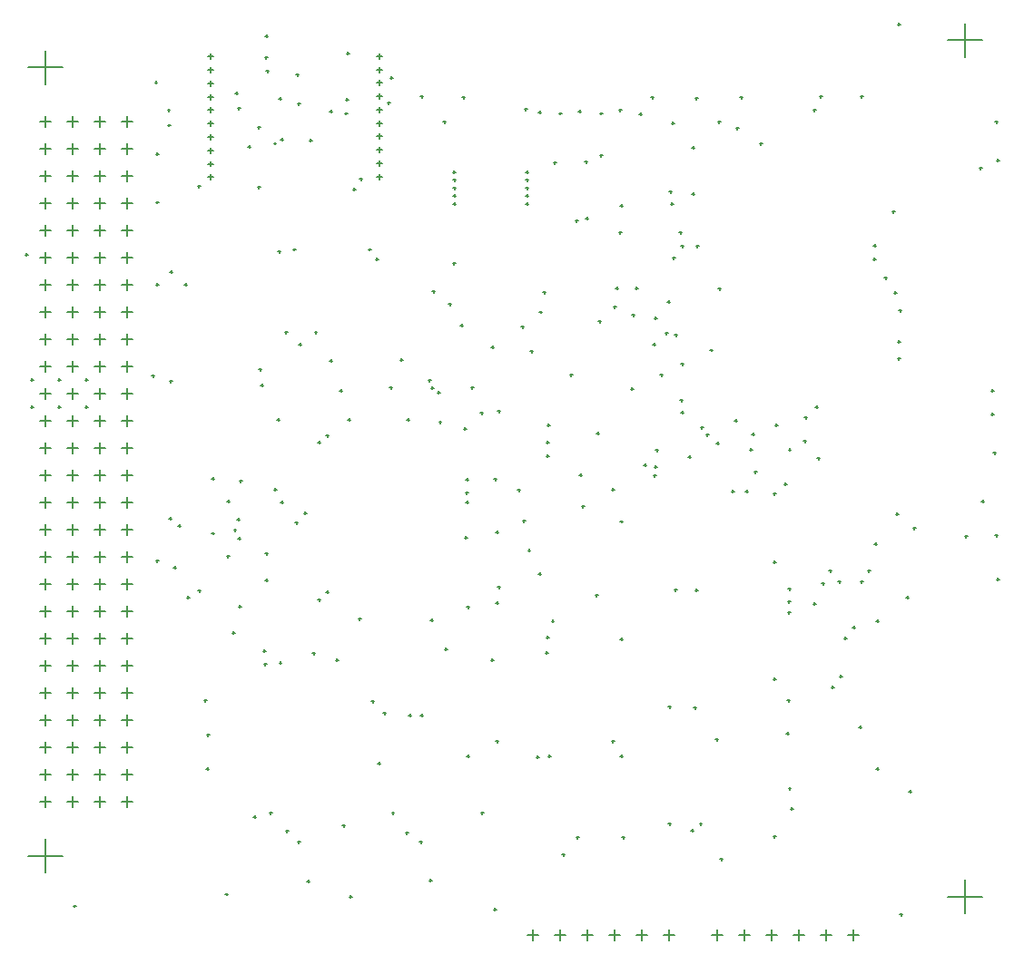
<source format=gbr>
%TF.GenerationSoftware,Altium Limited,Altium Designer,21.8.1 (53)*%
G04 Layer_Color=128*
%FSLAX45Y45*%
%MOMM*%
%TF.SameCoordinates,1CF0B822-2DD9-431B-A6BE-AAED35006C4B*%
%TF.FilePolarity,Positive*%
%TF.FileFunction,Drillmap*%
%TF.Part,Single*%
G01*
G75*
%TA.AperFunction,NonConductor*%
%ADD61C,0.12700*%
D61*
X2025000Y8350000D02*
X2075000D01*
X2050000Y8325000D02*
Y8375000D01*
X2025000Y8225000D02*
X2075000D01*
X2050000Y8200000D02*
Y8250000D01*
X2025000Y8100000D02*
X2075000D01*
X2050000Y8075000D02*
Y8125000D01*
X2025000Y7975000D02*
X2075000D01*
X2050000Y7950000D02*
Y8000000D01*
X2025000Y7850000D02*
X2075000D01*
X2050000Y7825000D02*
Y7875000D01*
X2025000Y7725000D02*
X2075000D01*
X2050000Y7700000D02*
Y7750000D01*
X2025000Y7600000D02*
X2075000D01*
X2050000Y7575000D02*
Y7625000D01*
X2025000Y7475000D02*
X2075000D01*
X2050000Y7450000D02*
Y7500000D01*
X2025000Y7350000D02*
X2075000D01*
X2050000Y7325000D02*
Y7375000D01*
X2025000Y7225000D02*
X2075000D01*
X2050000Y7200000D02*
Y7250000D01*
X3595000Y8355000D02*
X3645000D01*
X3620000Y8330000D02*
Y8380000D01*
X3595000Y8230000D02*
X3645000D01*
X3620000Y8205000D02*
Y8255000D01*
X3595000Y8105000D02*
X3645000D01*
X3620000Y8080000D02*
Y8130000D01*
X3595000Y7980000D02*
X3645000D01*
X3620000Y7955000D02*
Y8005000D01*
X3595000Y7855000D02*
X3645000D01*
X3620000Y7830000D02*
Y7880000D01*
X3595000Y7730000D02*
X3645000D01*
X3620000Y7705000D02*
Y7755000D01*
X3595000Y7605000D02*
X3645000D01*
X3620000Y7580000D02*
Y7630000D01*
X3595000Y7480000D02*
X3645000D01*
X3620000Y7455000D02*
Y7505000D01*
X3595000Y7355000D02*
X3645000D01*
X3620000Y7330000D02*
Y7380000D01*
X3595000Y7230000D02*
X3645000D01*
X3620000Y7205000D02*
Y7255000D01*
X6719000Y150000D02*
X6821000D01*
X6770000Y99000D02*
Y201000D01*
X6973000Y150000D02*
X7075000D01*
X7024000Y99000D02*
Y201000D01*
X7227000Y150000D02*
X7329000D01*
X7278000Y99000D02*
Y201000D01*
X7481000Y150000D02*
X7583000D01*
X7532000Y99000D02*
Y201000D01*
X7735000Y150000D02*
X7837000D01*
X7786000Y99000D02*
Y201000D01*
X7989000Y150000D02*
X8091000D01*
X8040000Y99000D02*
Y201000D01*
X4999000Y150000D02*
X5101000D01*
X5050000Y99000D02*
Y201000D01*
X5253000Y150000D02*
X5355000D01*
X5304000Y99000D02*
Y201000D01*
X5507000Y150000D02*
X5609000D01*
X5558000Y99000D02*
Y201000D01*
X5761000Y150000D02*
X5863000D01*
X5812000Y99000D02*
Y201000D01*
X6015000Y150000D02*
X6117000D01*
X6066000Y99000D02*
Y201000D01*
X6269000Y150000D02*
X6371000D01*
X6320000Y99000D02*
Y201000D01*
X965000Y6477000D02*
X1067000D01*
X1016000Y6426000D02*
Y6528000D01*
X965000Y6223000D02*
X1067000D01*
X1016000Y6172000D02*
Y6274000D01*
X965000Y5715000D02*
X1067000D01*
X1016000Y5664000D02*
Y5766000D01*
X965000Y5969000D02*
X1067000D01*
X1016000Y5918000D02*
Y6020000D01*
X965000Y5207000D02*
X1067000D01*
X1016000Y5156000D02*
Y5258000D01*
X965000Y4953000D02*
X1067000D01*
X1016000Y4902000D02*
Y5004000D01*
X965000Y4699000D02*
X1067000D01*
X1016000Y4648000D02*
Y4750000D01*
X965000Y4191000D02*
X1067000D01*
X1016000Y4140000D02*
Y4242000D01*
X965000Y4445000D02*
X1067000D01*
X1016000Y4394000D02*
Y4496000D01*
X965000Y3683000D02*
X1067000D01*
X1016000Y3632000D02*
Y3734000D01*
X965000Y3175000D02*
X1067000D01*
X1016000Y3124000D02*
Y3226000D01*
X965000Y3937000D02*
X1067000D01*
X1016000Y3886000D02*
Y3988000D01*
X965000Y3429000D02*
X1067000D01*
X1016000Y3378000D02*
Y3480000D01*
X965000Y5461000D02*
X1067000D01*
X1016000Y5410000D02*
Y5512000D01*
X965000Y6731000D02*
X1067000D01*
X1016000Y6680000D02*
Y6782000D01*
X1219000Y2667000D02*
X1321000D01*
X1270000Y2616000D02*
Y2718000D01*
X1219000Y3429000D02*
X1321000D01*
X1270000Y3378000D02*
Y3480000D01*
X1219000Y3175000D02*
X1321000D01*
X1270000Y3124000D02*
Y3226000D01*
X1219000Y2921000D02*
X1321000D01*
X1270000Y2870000D02*
Y2972000D01*
X1219000Y3683000D02*
X1321000D01*
X1270000Y3632000D02*
Y3734000D01*
X1219000Y4191000D02*
X1321000D01*
X1270000Y4140000D02*
Y4242000D01*
X1219000Y1397000D02*
X1321000D01*
X1270000Y1346000D02*
Y1448000D01*
X1219000Y1651000D02*
X1321000D01*
X1270000Y1600000D02*
Y1702000D01*
X1219000Y2159000D02*
X1321000D01*
X1270000Y2108000D02*
Y2210000D01*
X1219000Y2413000D02*
X1321000D01*
X1270000Y2362000D02*
Y2464000D01*
X1219000Y1905000D02*
X1321000D01*
X1270000Y1854000D02*
Y1956000D01*
X1219000Y3937000D02*
X1321000D01*
X1270000Y3886000D02*
Y3988000D01*
X965000Y7747000D02*
X1067000D01*
X1016000Y7696000D02*
Y7798000D01*
X965000Y6985000D02*
X1067000D01*
X1016000Y6934000D02*
Y7036000D01*
X965000Y7493000D02*
X1067000D01*
X1016000Y7442000D02*
Y7544000D01*
X1219000Y7239000D02*
X1321000D01*
X1270000Y7188000D02*
Y7290000D01*
X1219000Y7493000D02*
X1321000D01*
X1270000Y7442000D02*
Y7544000D01*
X965000Y7239000D02*
X1067000D01*
X1016000Y7188000D02*
Y7290000D01*
X1219000Y7747000D02*
X1321000D01*
X1270000Y7696000D02*
Y7798000D01*
X1219000Y6985000D02*
X1321000D01*
X1270000Y6934000D02*
Y7036000D01*
X1219000Y6477000D02*
X1321000D01*
X1270000Y6426000D02*
Y6528000D01*
X1219000Y6223000D02*
X1321000D01*
X1270000Y6172000D02*
Y6274000D01*
X1219000Y5969000D02*
X1321000D01*
X1270000Y5918000D02*
Y6020000D01*
X1219000Y5715000D02*
X1321000D01*
X1270000Y5664000D02*
Y5766000D01*
X1219000Y5461000D02*
X1321000D01*
X1270000Y5410000D02*
Y5512000D01*
X1219000Y5207000D02*
X1321000D01*
X1270000Y5156000D02*
Y5258000D01*
X1219000Y4699000D02*
X1321000D01*
X1270000Y4648000D02*
Y4750000D01*
X1219000Y4445000D02*
X1321000D01*
X1270000Y4394000D02*
Y4496000D01*
X1219000Y6731000D02*
X1321000D01*
X1270000Y6680000D02*
Y6782000D01*
X1219000Y4953000D02*
X1321000D01*
X1270000Y4902000D02*
Y5004000D01*
X965000Y2413000D02*
X1067000D01*
X1016000Y2362000D02*
Y2464000D01*
X965000Y2667000D02*
X1067000D01*
X1016000Y2616000D02*
Y2718000D01*
X965000Y1905000D02*
X1067000D01*
X1016000Y1854000D02*
Y1956000D01*
X965000Y2921000D02*
X1067000D01*
X1016000Y2870000D02*
Y2972000D01*
X965000Y1397000D02*
X1067000D01*
X1016000Y1346000D02*
Y1448000D01*
X965000Y2159000D02*
X1067000D01*
X1016000Y2108000D02*
Y2210000D01*
X965000Y1651000D02*
X1067000D01*
X1016000Y1600000D02*
Y1702000D01*
X457000Y6477000D02*
X559000D01*
X508000Y6426000D02*
Y6528000D01*
X457000Y6223000D02*
X559000D01*
X508000Y6172000D02*
Y6274000D01*
X457000Y5715000D02*
X559000D01*
X508000Y5664000D02*
Y5766000D01*
X457000Y5969000D02*
X559000D01*
X508000Y5918000D02*
Y6020000D01*
X457000Y5207000D02*
X559000D01*
X508000Y5156000D02*
Y5258000D01*
X457000Y4953000D02*
X559000D01*
X508000Y4902000D02*
Y5004000D01*
X457000Y4699000D02*
X559000D01*
X508000Y4648000D02*
Y4750000D01*
X457000Y4191000D02*
X559000D01*
X508000Y4140000D02*
Y4242000D01*
X457000Y4445000D02*
X559000D01*
X508000Y4394000D02*
Y4496000D01*
X457000Y3683000D02*
X559000D01*
X508000Y3632000D02*
Y3734000D01*
X457000Y3175000D02*
X559000D01*
X508000Y3124000D02*
Y3226000D01*
X457000Y3937000D02*
X559000D01*
X508000Y3886000D02*
Y3988000D01*
X457000Y3429000D02*
X559000D01*
X508000Y3378000D02*
Y3480000D01*
X457000Y5461000D02*
X559000D01*
X508000Y5410000D02*
Y5512000D01*
X457000Y6731000D02*
X559000D01*
X508000Y6680000D02*
Y6782000D01*
X711000Y2667000D02*
X813000D01*
X762000Y2616000D02*
Y2718000D01*
X711000Y3429000D02*
X813000D01*
X762000Y3378000D02*
Y3480000D01*
X711000Y3175000D02*
X813000D01*
X762000Y3124000D02*
Y3226000D01*
X711000Y2921000D02*
X813000D01*
X762000Y2870000D02*
Y2972000D01*
X711000Y3683000D02*
X813000D01*
X762000Y3632000D02*
Y3734000D01*
X711000Y4191000D02*
X813000D01*
X762000Y4140000D02*
Y4242000D01*
X711000Y1397000D02*
X813000D01*
X762000Y1346000D02*
Y1448000D01*
X711000Y1651000D02*
X813000D01*
X762000Y1600000D02*
Y1702000D01*
X711000Y2159000D02*
X813000D01*
X762000Y2108000D02*
Y2210000D01*
X711000Y2413000D02*
X813000D01*
X762000Y2362000D02*
Y2464000D01*
X711000Y1905000D02*
X813000D01*
X762000Y1854000D02*
Y1956000D01*
X711000Y3937000D02*
X813000D01*
X762000Y3886000D02*
Y3988000D01*
X457000Y7747000D02*
X559000D01*
X508000Y7696000D02*
Y7798000D01*
X457000Y6985000D02*
X559000D01*
X508000Y6934000D02*
Y7036000D01*
X457000Y7493000D02*
X559000D01*
X508000Y7442000D02*
Y7544000D01*
X711000Y7239000D02*
X813000D01*
X762000Y7188000D02*
Y7290000D01*
X711000Y7493000D02*
X813000D01*
X762000Y7442000D02*
Y7544000D01*
X457000Y7239000D02*
X559000D01*
X508000Y7188000D02*
Y7290000D01*
X711000Y7747000D02*
X813000D01*
X762000Y7696000D02*
Y7798000D01*
X711000Y6985000D02*
X813000D01*
X762000Y6934000D02*
Y7036000D01*
X711000Y6477000D02*
X813000D01*
X762000Y6426000D02*
Y6528000D01*
X711000Y6223000D02*
X813000D01*
X762000Y6172000D02*
Y6274000D01*
X711000Y5969000D02*
X813000D01*
X762000Y5918000D02*
Y6020000D01*
X711000Y5715000D02*
X813000D01*
X762000Y5664000D02*
Y5766000D01*
X711000Y5461000D02*
X813000D01*
X762000Y5410000D02*
Y5512000D01*
X711000Y5207000D02*
X813000D01*
X762000Y5156000D02*
Y5258000D01*
X711000Y4699000D02*
X813000D01*
X762000Y4648000D02*
Y4750000D01*
X711000Y4445000D02*
X813000D01*
X762000Y4394000D02*
Y4496000D01*
X711000Y6731000D02*
X813000D01*
X762000Y6680000D02*
Y6782000D01*
X711000Y4953000D02*
X813000D01*
X762000Y4902000D02*
Y5004000D01*
X457000Y2413000D02*
X559000D01*
X508000Y2362000D02*
Y2464000D01*
X457000Y2667000D02*
X559000D01*
X508000Y2616000D02*
Y2718000D01*
X457000Y1905000D02*
X559000D01*
X508000Y1854000D02*
Y1956000D01*
X457000Y2921000D02*
X559000D01*
X508000Y2870000D02*
Y2972000D01*
X457000Y1397000D02*
X559000D01*
X508000Y1346000D02*
Y1448000D01*
X457000Y2159000D02*
X559000D01*
X508000Y2108000D02*
Y2210000D01*
X457000Y1651000D02*
X559000D01*
X508000Y1600000D02*
Y1702000D01*
X8923000Y8502000D02*
X9241000D01*
X9082000Y8343000D02*
Y8661000D01*
X8923000Y508000D02*
X9241000D01*
X9082000Y349000D02*
Y667000D01*
X349000Y889000D02*
X667000D01*
X508000Y730000D02*
Y1048000D01*
X349000Y8248000D02*
X667000D01*
X508000Y8089000D02*
Y8407000D01*
X2677500Y6530000D02*
X2702500D01*
X2690000Y6517500D02*
Y6542500D01*
X2739491Y5776807D02*
X2764491D01*
X2751991Y5764307D02*
Y5789306D01*
X2817500Y6550000D02*
X2842500D01*
X2830000Y6537500D02*
Y6562500D01*
X3314900Y8382000D02*
X3339900D01*
X3327400Y8369500D02*
Y8394500D01*
X3724441Y8153058D02*
X3749441D01*
X3736941Y8140559D02*
Y8165558D01*
X8227500Y6460000D02*
X8252500D01*
X8240000Y6447500D02*
Y6472500D01*
X8331400Y6286500D02*
X8356400D01*
X8343900Y6274000D02*
Y6299000D01*
X8420300Y6146800D02*
X8445300D01*
X8432800Y6134300D02*
Y6159300D01*
X6503400Y4613800D02*
X6528400D01*
X6515900Y4601300D02*
Y4626300D01*
X6566500Y3370000D02*
X6591500D01*
X6579000Y3357500D02*
Y3382500D01*
X6553400Y2273300D02*
X6578400D01*
X6565900Y2260800D02*
Y2285800D01*
X7912300Y2565400D02*
X7937300D01*
X7924800Y2552900D02*
Y2577900D01*
X7836100Y2463800D02*
X7861100D01*
X7848600Y2451300D02*
Y2476300D01*
X7899200Y3450000D02*
X7924200D01*
X7911700Y3437500D02*
Y3462500D01*
X2870400Y5664200D02*
X2895400D01*
X2882900Y5651700D02*
Y5676700D01*
X6782000Y6184900D02*
X6807000D01*
X6794500Y6172400D02*
Y6197400D01*
X1536900Y7442200D02*
X1561900D01*
X1549400Y7429700D02*
Y7454700D01*
X6197500Y4676900D02*
X6222500D01*
X6210000Y4664400D02*
Y4689400D01*
X5486600Y4445000D02*
X5511600D01*
X5499100Y4432500D02*
Y4457500D01*
X4426457Y4279900D02*
X4451456D01*
X4438957Y4267400D02*
Y4292400D01*
X7434282Y3380000D02*
X7459282D01*
X7446782Y3367500D02*
Y3392500D01*
X3340300Y508000D02*
X3365300D01*
X3352800Y495500D02*
Y520500D01*
X5087500Y1810000D02*
X5112500D01*
X5100000Y1797500D02*
Y1822500D01*
X5650389Y4834542D02*
X5675389D01*
X5662889Y4822042D02*
Y4847042D01*
X6089962Y4535771D02*
X6114962D01*
X6102462Y4523271D02*
Y4548271D01*
X6177500Y4440000D02*
X6202500D01*
X6190000Y4427500D02*
Y4452500D01*
X6187500Y4520000D02*
X6212500D01*
X6200000Y4507500D02*
Y4532500D01*
X7429700Y3263900D02*
X7454700D01*
X7442200Y3251400D02*
Y3276400D01*
X7429700Y3162300D02*
X7454700D01*
X7442200Y3149800D02*
Y3174800D01*
X4229300Y2819400D02*
X4254300D01*
X4241800Y2806900D02*
Y2831900D01*
X4661100Y2717800D02*
X4686100D01*
X4673600Y2705300D02*
Y2730300D01*
X2857700Y7912100D02*
X2882700D01*
X2870200Y7899600D02*
Y7924600D01*
X2685318Y7957818D02*
X2710318D01*
X2697818Y7945319D02*
Y7970318D01*
X2565600Y8216900D02*
X2590600D01*
X2578100Y8204400D02*
Y8229400D01*
X2552900Y8343900D02*
X2577900D01*
X2565400Y8331400D02*
Y8356400D01*
X2703870Y7574974D02*
X2728870D01*
X2716370Y7562475D02*
Y7587474D01*
X2397500Y7510000D02*
X2422500D01*
X2410000Y7497500D02*
Y7522500D01*
X2300600Y7870000D02*
X2325600D01*
X2313100Y7857500D02*
Y7882500D01*
X2636766Y7540591D02*
X2661766D01*
X2649266Y7528091D02*
Y7553091D01*
X2487500Y7690000D02*
X2512500D01*
X2500000Y7677500D02*
Y7702500D01*
X6947100Y7683500D02*
X6972100D01*
X6959600Y7671000D02*
Y7696000D01*
X5029400Y5600700D02*
X5054400D01*
X5041900Y5588200D02*
Y5613200D01*
X6172400Y5664200D02*
X6197400D01*
X6184900Y5651700D02*
Y5676700D01*
X5664400Y5880100D02*
X5689400D01*
X5676900Y5867600D02*
Y5892600D01*
X6616900Y4889500D02*
X6641900D01*
X6629400Y4877000D02*
Y4902000D01*
X6934400Y4953000D02*
X6959400D01*
X6946900Y4940500D02*
Y4965500D01*
X9080700Y3873500D02*
X9105700D01*
X9093200Y3861000D02*
Y3886000D01*
X2514800Y5283200D02*
X2539800D01*
X2527300Y5270700D02*
Y5295700D01*
X2200885Y4198025D02*
X2225885D01*
X2213385Y4185526D02*
Y4210525D01*
X2248100Y2971800D02*
X2273100D01*
X2260600Y2959300D02*
Y2984300D01*
X2997400Y2781300D02*
X3022400D01*
X3009900Y2768800D02*
Y2793800D01*
X3213300Y2717800D02*
X3238300D01*
X3225800Y2705300D02*
Y2730300D01*
X3251400Y5232400D02*
X3276400D01*
X3263900Y5219900D02*
Y5244900D01*
X3717963Y5261678D02*
X3742962D01*
X3730462Y5249178D02*
Y5274178D01*
X2199517Y3687548D02*
X2224517D01*
X2212017Y3675048D02*
Y3700048D01*
X2305520Y3851846D02*
X2330519D01*
X2318019Y3839346D02*
Y3864346D01*
X8536500Y3300000D02*
X8561500D01*
X8549000Y3287500D02*
Y3312500D01*
X8255600Y3080000D02*
X8280600D01*
X8268100Y3067500D02*
Y3092500D01*
X8255600Y1700000D02*
X8280600D01*
X8268100Y1687500D02*
Y1712500D01*
X8559600Y1490000D02*
X8584600D01*
X8572100Y1477500D02*
Y1502500D01*
X368500Y5080000D02*
X393500D01*
X381000Y5067500D02*
Y5092500D01*
X368500Y5334000D02*
X393500D01*
X381000Y5321500D02*
Y5346500D01*
X622500Y5334000D02*
X647500D01*
X635000Y5321500D02*
Y5346500D01*
X876500Y5334000D02*
X901500D01*
X889000Y5321500D02*
Y5346500D01*
X876500Y5080000D02*
X901500D01*
X889000Y5067500D02*
Y5092500D01*
X622500Y5080000D02*
X647500D01*
X635000Y5067500D02*
Y5092500D01*
X317700Y6502400D02*
X342700D01*
X330200Y6489900D02*
Y6514900D01*
X1498800Y5372100D02*
X1523800D01*
X1511300Y5359600D02*
Y5384600D01*
X1663900Y5321300D02*
X1688900D01*
X1676400Y5308800D02*
Y5333800D01*
X1803200Y6221200D02*
X1828200D01*
X1815700Y6208700D02*
Y6233700D01*
X1536900Y3644900D02*
X1561900D01*
X1549400Y3632400D02*
Y3657400D01*
X1702000Y3581400D02*
X1727000D01*
X1714500Y3568900D02*
Y3593900D01*
X4913482Y4304018D02*
X4938481D01*
X4925982Y4291518D02*
Y4316518D01*
X4115000Y6159500D02*
X4140000D01*
X4127500Y6147000D02*
Y6172000D01*
X5448500Y6819900D02*
X5473500D01*
X5461000Y6807400D02*
Y6832400D01*
X7117500Y4473981D02*
X7142500D01*
X7130000Y4461481D02*
Y4486481D01*
X5116469Y5965669D02*
X5141469D01*
X5128969Y5953169D02*
Y5978169D01*
X5147500Y6148330D02*
X5172500D01*
X5160000Y6135830D02*
Y6160830D01*
X6007500Y6188820D02*
X6032500D01*
X6020000Y6176320D02*
Y6201320D01*
X5827500Y6188820D02*
X5852500D01*
X5840000Y6176320D02*
Y6201320D01*
X4377500Y5841200D02*
X4402500D01*
X4390000Y5828700D02*
Y5853700D01*
X4667500Y5636900D02*
X4692500D01*
X4680000Y5624400D02*
Y5649400D01*
X4267500Y6040000D02*
X4292500D01*
X4280000Y6027500D02*
Y6052500D01*
X3017898Y5778100D02*
X3042898D01*
X3030398Y5765600D02*
Y5790600D01*
X7667500Y3240000D02*
X7692500D01*
X7680000Y3227500D02*
Y3252500D01*
X5227500Y3080000D02*
X5252500D01*
X5240000Y3067500D02*
Y3092500D01*
X7314400Y4910000D02*
X7339400D01*
X7326900Y4897500D02*
Y4922500D01*
X7167500Y7540000D02*
X7192500D01*
X7180000Y7527500D02*
Y7552500D01*
X7097500Y4823100D02*
X7122500D01*
X7110000Y4810600D02*
Y4835600D01*
X7577500Y4760000D02*
X7602500D01*
X7590000Y4747500D02*
Y4772500D01*
X7437500Y4680000D02*
X7462500D01*
X7450000Y4667500D02*
Y4692500D01*
X7707500Y4600000D02*
X7732500D01*
X7720000Y4587500D02*
Y4612500D01*
X8177500Y3550000D02*
X8202500D01*
X8190000Y3537500D02*
Y3562500D01*
X8107500Y3450000D02*
X8132500D01*
X8120000Y3437500D02*
Y3462500D01*
X8037500Y3020000D02*
X8062500D01*
X8050000Y3007500D02*
Y3032500D01*
X7957500Y2920000D02*
X7982500D01*
X7970000Y2907500D02*
Y2932500D01*
X7687500Y5080000D02*
X7712500D01*
X7700000Y5067500D02*
Y5092500D01*
X7587500Y4980000D02*
X7612500D01*
X7600000Y4967500D02*
Y4992500D01*
X7077500Y4680000D02*
X7102500D01*
X7090000Y4667500D02*
Y4692500D01*
X6377500Y5750000D02*
X6402500D01*
X6390000Y5737500D02*
Y5762500D01*
X6707500Y5610000D02*
X6732500D01*
X6720000Y5597500D02*
Y5622500D01*
X8467500Y5980000D02*
X8492500D01*
X8480000Y5967500D02*
Y5992500D01*
X5807500Y6015710D02*
X5832500D01*
X5820000Y6003210D02*
Y6028210D01*
X6187500Y5910000D02*
X6212500D01*
X6200000Y5897500D02*
Y5922500D01*
X8455662Y5530909D02*
X8480662D01*
X8468162Y5518409D02*
Y5543409D01*
X8457500Y5690000D02*
X8482500D01*
X8470000Y5677500D02*
Y5702500D01*
X8232882Y6585382D02*
X8257881D01*
X8245382Y6572882D02*
Y6597881D01*
X5168509Y2782557D02*
X5193509D01*
X5181009Y2770057D02*
Y2795057D01*
X5177500Y2930000D02*
X5202500D01*
X5190000Y2917500D02*
Y2942500D01*
X5187500Y4910000D02*
X5212500D01*
X5200000Y4897500D02*
Y4922500D01*
X3126504Y4813100D02*
X3151503D01*
X3139004Y4800600D02*
Y4825600D01*
X3047500Y4750000D02*
X3072500D01*
X3060000Y4737500D02*
Y4762500D01*
X4407500Y4876170D02*
X4432500D01*
X4420000Y4863670D02*
Y4888669D01*
X8406200Y6901351D02*
X8431200D01*
X8418700Y6888851D02*
Y6913851D01*
X1667500Y6340000D02*
X1692500D01*
X1680000Y6327500D02*
Y6352500D01*
X5107500Y3520000D02*
X5132500D01*
X5120000Y3507500D02*
Y3532500D01*
X4707500Y3250000D02*
X4732500D01*
X4720000Y3237500D02*
Y3262500D01*
X7817500Y3550000D02*
X7842500D01*
X7830000Y3537500D02*
Y3562500D01*
X7747500Y3430000D02*
X7772500D01*
X7760000Y3417500D02*
Y3442500D01*
X8237500Y3800000D02*
X8262500D01*
X8250000Y3787500D02*
Y3812500D01*
X8440600Y4080000D02*
X8465600D01*
X8453100Y4067500D02*
Y4092500D01*
X8597500Y3950000D02*
X8622500D01*
X8610000Y3937500D02*
Y3962500D01*
X2837500Y4000000D02*
X2862500D01*
X2850000Y3987500D02*
Y4012500D01*
X2917500Y4090000D02*
X2942500D01*
X2930000Y4077500D02*
Y4102500D01*
X2637500Y4310000D02*
X2662500D01*
X2650000Y4297500D02*
Y4322500D01*
X2700600Y4190000D02*
X2725600D01*
X2713100Y4177500D02*
Y4202500D01*
X4417500Y3860000D02*
X4442500D01*
X4430000Y3847500D02*
Y3872500D01*
X2557500Y3710000D02*
X2582500D01*
X2570000Y3697500D02*
Y3722500D01*
X4957500Y4016900D02*
X4982500D01*
X4970000Y4004400D02*
Y4029400D01*
X4707500Y3910000D02*
X4732500D01*
X4720000Y3897500D02*
Y3922500D01*
X4427500Y4400000D02*
X4452500D01*
X4440000Y4387500D02*
Y4412500D01*
X5007500Y3740000D02*
X5032500D01*
X5020000Y3727500D02*
Y3752500D01*
X3657500Y2220000D02*
X3682500D01*
X3670000Y2207500D02*
Y2232500D01*
X3547500Y2330000D02*
X3572500D01*
X3560000Y2317500D02*
Y2342500D01*
X3897500Y2200000D02*
X3922500D01*
X3910000Y2187500D02*
Y2212500D01*
X4007500Y2200000D02*
X4032500D01*
X4020000Y2187500D02*
Y2212500D01*
X4087500Y660000D02*
X4112500D01*
X4100000Y647500D02*
Y672500D01*
X5637500Y3320000D02*
X5662500D01*
X5650000Y3307500D02*
Y3332500D01*
X4727500Y3396900D02*
X4752500D01*
X4740000Y3384400D02*
Y3409400D01*
X4437500Y3210000D02*
X4462500D01*
X4450000Y3197500D02*
Y3222500D01*
X2557500Y3460000D02*
X2582500D01*
X2570000Y3447500D02*
Y3472500D01*
X3997500Y1020000D02*
X4022500D01*
X4010000Y1007500D02*
Y1032500D01*
X2007500Y1700000D02*
X2032500D01*
X2020000Y1687500D02*
Y1712500D01*
X2687500Y2690000D02*
X2712500D01*
X2700000Y2677500D02*
Y2702500D01*
X2013277Y2019628D02*
X2038277D01*
X2025777Y2007128D02*
Y2032128D01*
X2547500Y2680000D02*
X2572500D01*
X2560000Y2667500D02*
Y2692500D01*
X1987500Y2340000D02*
X2012500D01*
X2000000Y2327500D02*
Y2352500D01*
X2537500Y2800000D02*
X2562500D01*
X2550000Y2787500D02*
Y2812500D01*
X5977500Y5940000D02*
X6002500D01*
X5990000Y5927500D02*
Y5952500D01*
X6307500Y6060000D02*
X6332500D01*
X6320000Y6047500D02*
Y6072500D01*
X6437500Y5030000D02*
X6462500D01*
X6450000Y5017500D02*
Y5042500D01*
X6426931Y5143485D02*
X6451930D01*
X6439430Y5130985D02*
Y5155985D01*
X4477421Y5260079D02*
X4502421D01*
X4489921Y5247579D02*
Y5272579D01*
X5967500Y5250000D02*
X5992500D01*
X5980000Y5237500D02*
Y5262500D01*
X4565000Y5022500D02*
X4590000D01*
X4577500Y5010000D02*
Y5035000D01*
X4177500Y4940000D02*
X4202500D01*
X4190000Y4927500D02*
Y4952500D01*
X6437500Y5480000D02*
X6462500D01*
X6450000Y5467500D02*
Y5492500D01*
X4727500Y5040000D02*
X4752500D01*
X4740000Y5027500D02*
Y5052500D01*
X4162727Y5212900D02*
X4187726D01*
X4175227Y5200400D02*
Y5225400D01*
X4102045Y5257653D02*
X4127045D01*
X4114545Y5245154D02*
Y5270153D01*
X4077500Y5330000D02*
X4102500D01*
X4090000Y5317500D02*
Y5342500D01*
X6287500Y5770000D02*
X6312500D01*
X6300000Y5757500D02*
Y5782500D01*
X4307500Y6420000D02*
X4332500D01*
X4320000Y6407500D02*
Y6432500D01*
X4947500Y5829600D02*
X4972500D01*
X4960000Y5817100D02*
Y5842100D01*
X3517500Y6550000D02*
X3542500D01*
X3530000Y6537500D02*
Y6562500D01*
X3587500Y6460000D02*
X3612500D01*
X3600000Y6447500D02*
Y6472500D01*
X1747500Y3970000D02*
X1772500D01*
X1760000Y3957500D02*
Y3982500D01*
X2057500Y3900000D02*
X2082500D01*
X2070000Y3887500D02*
Y3912500D01*
X2264184Y3933316D02*
X2289184D01*
X2276684Y3920816D02*
Y3945816D01*
X1662478Y4038458D02*
X1687477D01*
X1674978Y4025958D02*
Y4050958D01*
X2297500Y4030000D02*
X2322500D01*
X2310000Y4017500D02*
Y4042500D01*
X2307500Y3216900D02*
X2332500D01*
X2320000Y3204400D02*
Y3229400D01*
X1827500Y3300000D02*
X1852500D01*
X1840000Y3287500D02*
Y3312500D01*
X3047500Y3280000D02*
X3072500D01*
X3060000Y3267500D02*
Y3292500D01*
X3127500Y3350000D02*
X3152500D01*
X3140000Y3337500D02*
Y3362500D01*
X1930200Y3365213D02*
X1955200D01*
X1942700Y3352713D02*
Y3377713D01*
X1927500Y7140000D02*
X1952500D01*
X1940000Y7127500D02*
Y7152500D01*
X3437500Y7210000D02*
X3462500D01*
X3450000Y7197500D02*
Y7222500D01*
X3377500Y7110000D02*
X3402500D01*
X3390000Y7097500D02*
Y7122500D01*
X2277500Y8010000D02*
X2302500D01*
X2290000Y7997500D02*
Y8022500D01*
X6669813Y4820787D02*
X6694813D01*
X6682313Y4808287D02*
Y4833286D01*
X7037500Y4290000D02*
X7062500D01*
X7050000Y4277500D02*
Y4302500D01*
X5867500Y4010000D02*
X5892500D01*
X5880000Y3997500D02*
Y4022500D01*
X5507500Y4150000D02*
X5532500D01*
X5520000Y4137500D02*
Y4162500D01*
X6907500Y4290000D02*
X6932500D01*
X6920000Y4277500D02*
Y4302500D01*
X4690000Y4407500D02*
X4715000D01*
X4702500Y4395000D02*
Y4420000D01*
X3817500Y5520000D02*
X3842500D01*
X3830000Y5507500D02*
Y5532500D01*
X3877500Y4960000D02*
X3902500D01*
X3890000Y4947500D02*
Y4972500D01*
X3327500Y4960000D02*
X3352500D01*
X3340000Y4947500D02*
Y4972500D01*
X2667500Y4960000D02*
X2692500D01*
X2680000Y4947500D02*
Y4972500D01*
X2497500Y5430000D02*
X2522500D01*
X2510000Y5417500D02*
Y5442500D01*
X2057500Y4410000D02*
X2082500D01*
X2070000Y4397500D02*
Y4422500D01*
X2317500Y4390000D02*
X2342500D01*
X2330000Y4377500D02*
Y4402500D01*
X3427500Y3100000D02*
X3452500D01*
X3440000Y3087500D02*
Y3112500D01*
X4097500Y3090000D02*
X4122500D01*
X4110000Y3077500D02*
Y3102500D01*
X4427500Y4190000D02*
X4452500D01*
X4440000Y4177500D02*
Y4202500D01*
X6239518Y5378175D02*
X6264518D01*
X6252018Y5365676D02*
Y5390675D01*
X5397500Y5380000D02*
X5422500D01*
X5410000Y5367500D02*
Y5392500D01*
X5177500Y4750000D02*
X5202500D01*
X5190000Y4737500D02*
Y4762500D01*
X5177500Y4620000D02*
X5202500D01*
X5190000Y4607500D02*
Y4632500D01*
X3737500Y1290000D02*
X3762500D01*
X3750000Y1277500D02*
Y1302500D01*
X4567500Y1290000D02*
X4592500D01*
X4580000Y1277500D02*
Y1302500D01*
X2597500Y1290000D02*
X2622500D01*
X2610000Y1277500D02*
Y1302500D01*
X6317500Y1190000D02*
X6342500D01*
X6330000Y1177500D02*
Y1202500D01*
X6757500Y1974879D02*
X6782500D01*
X6770000Y1962379D02*
Y1987379D01*
X5457500Y1060000D02*
X5482500D01*
X5470000Y1047500D02*
Y1072500D01*
X3866457Y1102228D02*
X3891457D01*
X3878957Y1089728D02*
Y1114728D01*
X2747500Y1120000D02*
X2772500D01*
X2760000Y1107500D02*
Y1132500D01*
X2857500Y1020000D02*
X2882500D01*
X2870000Y1007500D02*
Y1032500D01*
X3277500Y1170000D02*
X3302500D01*
X3290000Y1157500D02*
Y1182500D01*
X5887500Y1060000D02*
X5912500D01*
X5900000Y1047500D02*
Y1072500D01*
X5327500Y900000D02*
X5352500D01*
X5340000Y887500D02*
Y912500D01*
X7397500Y4360000D02*
X7422500D01*
X7410000Y4347500D02*
Y4372500D01*
X4707500Y1960000D02*
X4732500D01*
X4720000Y1947500D02*
Y1972500D01*
X5787500Y1960000D02*
X5812500D01*
X5800000Y1947500D02*
Y1972500D01*
X5787500Y4310000D02*
X5812500D01*
X5800000Y4297500D02*
Y4322500D01*
X6767500Y4740000D02*
X6792500D01*
X6780000Y4727500D02*
Y4752500D01*
X6372793Y3374707D02*
X6397793D01*
X6385293Y3362207D02*
Y3387207D01*
X6317500Y2280000D02*
X6342500D01*
X6330000Y2267500D02*
Y2292500D01*
X6527500Y1126900D02*
X6552500D01*
X6540000Y1114400D02*
Y1139400D01*
X6607500Y1190000D02*
X6632500D01*
X6620000Y1177500D02*
Y1202500D01*
X8097500Y2090000D02*
X8122500D01*
X8110000Y2077500D02*
Y2102500D01*
X2487500Y7130000D02*
X2512500D01*
X2500000Y7117500D02*
Y7142500D01*
X3157500Y5510000D02*
X3182500D01*
X3170000Y5497500D02*
Y5522500D01*
X6537500Y7500000D02*
X6562500D01*
X6550000Y7487500D02*
Y7512500D01*
X6357500Y6470000D02*
X6382500D01*
X6370000Y6457500D02*
Y6482500D01*
X5547500Y6840000D02*
X5572500D01*
X5560000Y6827500D02*
Y6852500D01*
X5857500Y6710000D02*
X5882500D01*
X5870000Y6697500D02*
Y6722500D01*
X6327500Y7090000D02*
X6352500D01*
X6340000Y7077500D02*
Y7102500D01*
X6437500Y6580000D02*
X6462500D01*
X6450000Y6567500D02*
Y6592500D01*
X5867500Y6960000D02*
X5892500D01*
X5880000Y6947500D02*
Y6972500D01*
X6577500Y6580000D02*
X6602500D01*
X6590000Y6567500D02*
Y6592500D01*
X6537500Y7070000D02*
X6562500D01*
X6550000Y7057500D02*
Y7082500D01*
X6417500Y6710000D02*
X6442500D01*
X6430000Y6697500D02*
Y6722500D01*
X6045000Y7815099D02*
X6070000D01*
X6057500Y7802599D02*
Y7827599D01*
X5677500Y7820000D02*
X5702500D01*
X5690000Y7807500D02*
Y7832500D01*
X5297500Y7820000D02*
X5322500D01*
X5310000Y7807500D02*
Y7832500D01*
X5247500Y7360000D02*
X5272500D01*
X5260000Y7347500D02*
Y7372500D01*
X5677500Y7430000D02*
X5702500D01*
X5690000Y7417500D02*
Y7442500D01*
X5537500Y7370000D02*
X5562500D01*
X5550000Y7357500D02*
Y7382500D01*
X3697500Y7920000D02*
X3722500D01*
X3710000Y7907500D02*
Y7932500D01*
X3297500Y7820000D02*
X3322500D01*
X3310000Y7807500D02*
Y7832500D01*
X2847500Y8180000D02*
X2872500D01*
X2860000Y8167500D02*
Y8192500D01*
X3307500Y7950000D02*
X3332500D01*
X3320000Y7937500D02*
Y7962500D01*
X3157500Y7840000D02*
X3182500D01*
X3170000Y7827500D02*
Y7852500D01*
X2967500Y7570000D02*
X2992500D01*
X2980000Y7557500D02*
Y7582500D01*
X1527500Y8110000D02*
X1552500D01*
X1540000Y8097500D02*
Y8122500D01*
X1646096Y7851160D02*
X1671095D01*
X1658595Y7838660D02*
Y7863660D01*
X1647500Y7710000D02*
X1672500D01*
X1660000Y7697500D02*
Y7722500D01*
X1537500Y6990000D02*
X1562500D01*
X1550000Y6977500D02*
Y7002500D01*
X1537500Y6220000D02*
X1562500D01*
X1550000Y6207500D02*
Y6232500D01*
X767500Y420000D02*
X792500D01*
X780000Y407500D02*
Y432500D01*
X8477500Y340000D02*
X8502500D01*
X8490000Y327500D02*
Y352500D01*
X6801344Y858469D02*
X6826343D01*
X6813844Y845969D02*
Y870969D01*
X7457500Y1330000D02*
X7482500D01*
X7470000Y1317500D02*
Y1342500D01*
X4007500Y7980000D02*
X4032500D01*
X4020000Y7967500D02*
Y7992500D01*
X4217500Y7740000D02*
X4242500D01*
X4230000Y7727500D02*
Y7752500D01*
X4397500Y7970000D02*
X4422500D01*
X4410000Y7957500D02*
Y7982500D01*
X5107500Y7830000D02*
X5132500D01*
X5120000Y7817500D02*
Y7842500D01*
X4977500Y7860000D02*
X5002500D01*
X4990000Y7847500D02*
Y7872500D01*
X5477500Y7840000D02*
X5502500D01*
X5490000Y7827500D02*
Y7852500D01*
X5857500Y7850000D02*
X5882500D01*
X5870000Y7837500D02*
Y7862500D01*
X6157500Y7970000D02*
X6182500D01*
X6170000Y7957500D02*
Y7982500D01*
X6567500Y7960000D02*
X6592500D01*
X6580000Y7947500D02*
Y7972500D01*
X6347500Y7730000D02*
X6372500D01*
X6360000Y7717500D02*
Y7742500D01*
X6777500Y7740000D02*
X6802500D01*
X6790000Y7727500D02*
Y7752500D01*
X6987500Y7970000D02*
X7012500D01*
X7000000Y7957500D02*
Y7982500D01*
X7667500Y7850000D02*
X7692500D01*
X7680000Y7837500D02*
Y7862500D01*
X7727500Y7980000D02*
X7752500D01*
X7740000Y7967500D02*
Y7992500D01*
X8107500Y7980000D02*
X8132500D01*
X8120000Y7967500D02*
Y7992500D01*
X8457500Y8650000D02*
X8482500D01*
X8470000Y8637500D02*
Y8662500D01*
X9377500Y7380000D02*
X9402500D01*
X9390000Y7367500D02*
Y7392500D01*
X9367500Y7740000D02*
X9392500D01*
X9380000Y7727500D02*
Y7752500D01*
X9217500Y7310000D02*
X9242500D01*
X9230000Y7297500D02*
Y7322500D01*
X9327500Y5230000D02*
X9352500D01*
X9340000Y5217500D02*
Y5242500D01*
X9237500Y4200000D02*
X9262500D01*
X9250000Y4187500D02*
Y4212500D01*
X9327500Y5010000D02*
X9352500D01*
X9340000Y4997500D02*
Y5022500D01*
X9347500Y4650000D02*
X9372500D01*
X9360000Y4637500D02*
Y4662500D01*
X9367500Y3880000D02*
X9392500D01*
X9380000Y3867500D02*
Y3892500D01*
X9377500Y3470000D02*
X9402500D01*
X9390000Y3457500D02*
Y3482500D01*
X5867500Y2910000D02*
X5892500D01*
X5880000Y2897500D02*
Y2922500D01*
X7297500Y4270000D02*
X7322500D01*
X7310000Y4257500D02*
Y4282500D01*
X7297500Y3630000D02*
X7322500D01*
X7310000Y3617500D02*
Y3642500D01*
X7297500Y2540000D02*
X7322500D01*
X7310000Y2527500D02*
Y2552500D01*
X7427500Y2340000D02*
X7452500D01*
X7440000Y2327500D02*
Y2352500D01*
X7417500Y2030000D02*
X7442500D01*
X7430000Y2017500D02*
Y2042500D01*
X7437500Y1520000D02*
X7462500D01*
X7450000Y1507500D02*
Y1532500D01*
X7297500Y1070000D02*
X7322500D01*
X7310000Y1057500D02*
Y1082500D01*
X5867500Y1820000D02*
X5892500D01*
X5880000Y1807500D02*
Y1832500D01*
X5197500Y1820000D02*
X5222500D01*
X5210000Y1807500D02*
Y1832500D01*
X2947500Y650000D02*
X2972500D01*
X2960000Y637500D02*
Y662500D01*
X4687500Y390000D02*
X4712500D01*
X4700000Y377500D02*
Y402500D01*
X4437500Y1820000D02*
X4462500D01*
X4450000Y1807500D02*
Y1832500D01*
X3607500Y1750000D02*
X3632500D01*
X3620000Y1737500D02*
Y1762500D01*
X2447500Y1250000D02*
X2472500D01*
X2460000Y1237500D02*
Y1262500D01*
X2187500Y530000D02*
X2212500D01*
X2200000Y517500D02*
Y542500D01*
X6337500Y6975000D02*
X6362500D01*
X6350000Y6962500D02*
Y6987500D01*
X4307500Y7270000D02*
X4332500D01*
X4320000Y7257500D02*
Y7282500D01*
X4987500Y6975000D02*
X5012500D01*
X5000000Y6962500D02*
Y6987500D01*
X4987500Y7050000D02*
X5012500D01*
X5000000Y7037500D02*
Y7062500D01*
X4987500Y7125000D02*
X5012500D01*
X5000000Y7112500D02*
Y7137500D01*
X4987500Y7200000D02*
X5012500D01*
X5000000Y7187500D02*
Y7212500D01*
X4312500Y6975000D02*
X4337500D01*
X4325000Y6962500D02*
Y6987500D01*
X4312500Y7050000D02*
X4337500D01*
X4325000Y7037500D02*
Y7062500D01*
X4312500Y7125000D02*
X4337500D01*
X4325000Y7112500D02*
Y7137500D01*
X4312500Y7200000D02*
X4337500D01*
X4325000Y7187500D02*
Y7212500D01*
X4987500Y7270000D02*
X5012500D01*
X5000000Y7257500D02*
Y7282500D01*
X2557500Y8540000D02*
X2582500D01*
X2570000Y8527500D02*
Y8552500D01*
%TF.MD5,8d1c759de4db72093d426f84b486104f*%
M02*

</source>
